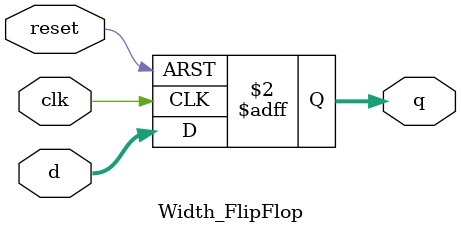
<source format=sv>
module Width_FlipFlop #(parameter WIDTH = 8)
				  (input logic 				 clk, reset,
					input logic  [WIDTH-1:0] d,
					output logic [WIDTH-1:0] q
					);


	always_ff @(posedge clk, posedge reset)
		if (reset) q <= 0;
		else 		  q <= d;

endmodule
</source>
